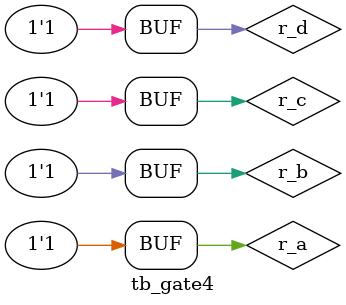
<source format=v>

module tb_gate4(

    );
    
reg r_a, r_b, r_c, r_d;
wire w_y1;
wire w_y2;

gate4 U_GATE4(
.i_a(r_a),
.i_b(r_b),
.i_c(r_c),
.i_d(r_d),
.o_y1(w_y1),
.o_y2(w_y2)
);

initial begin
    #10;    r_a=0;  r_b=0;  r_c=0;  r_d=0;
    #1000;  r_a=0;  r_b=0;  r_c=0;  r_d=1;
    #1000;  r_a=0;  r_b=0;  r_c=1;  r_d=0;
    #1000;  r_a=0;  r_b=0;  r_c=1;  r_d=1;
    #1000;  r_a=0;  r_b=1;  r_c=0;  r_d=0;
    #1000;  r_a=0;  r_b=1;  r_c=0;  r_d=1;  
    #1000;  r_a=0;  r_b=1;  r_c=1;  r_d=0;
    #1000;  r_a=0;  r_b=1;  r_c=1;  r_d=1; 
    #1000;  r_a=1;  r_b=0;  r_c=0;  r_d=0; 
    #1000;  r_a=1;  r_b=0;  r_c=0;  r_d=1;
    #1000;  r_a=1;  r_b=0;  r_c=1;  r_d=0;
    #1000;  r_a=1;  r_b=0;  r_c=1;  r_d=1;
    #1000;  r_a=1;  r_b=1;  r_c=0;  r_d=0;
    #1000;  r_a=1;  r_b=1;  r_c=0;  r_d=1;  
    #1000;  r_a=1;  r_b=1;  r_c=1;  r_d=0;
    #1000;  r_a=1;  r_b=1;  r_c=1;  r_d=1;  
end
    
endmodule

</source>
